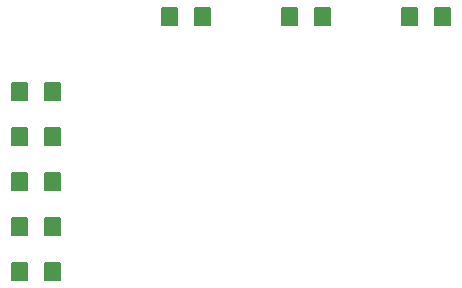
<source format=gtp>
G75*
%MOIN*%
%OFA0B0*%
%FSLAX25Y25*%
%IPPOS*%
%LPD*%
%AMOC8*
5,1,8,0,0,1.08239X$1,22.5*
%
%ADD10C,0.00567*%
D10*
X0007937Y0048945D02*
X0013039Y0048945D01*
X0013039Y0043055D01*
X0007937Y0043055D01*
X0007937Y0048945D01*
X0007937Y0043621D02*
X0013039Y0043621D01*
X0013039Y0044187D02*
X0007937Y0044187D01*
X0007937Y0044753D02*
X0013039Y0044753D01*
X0013039Y0045319D02*
X0007937Y0045319D01*
X0007937Y0045885D02*
X0013039Y0045885D01*
X0013039Y0046451D02*
X0007937Y0046451D01*
X0007937Y0047017D02*
X0013039Y0047017D01*
X0013039Y0047583D02*
X0007937Y0047583D01*
X0007937Y0048149D02*
X0013039Y0048149D01*
X0013039Y0048715D02*
X0007937Y0048715D01*
X0018961Y0048945D02*
X0024063Y0048945D01*
X0024063Y0043055D01*
X0018961Y0043055D01*
X0018961Y0048945D01*
X0018961Y0043621D02*
X0024063Y0043621D01*
X0024063Y0044187D02*
X0018961Y0044187D01*
X0018961Y0044753D02*
X0024063Y0044753D01*
X0024063Y0045319D02*
X0018961Y0045319D01*
X0018961Y0045885D02*
X0024063Y0045885D01*
X0024063Y0046451D02*
X0018961Y0046451D01*
X0018961Y0047017D02*
X0024063Y0047017D01*
X0024063Y0047583D02*
X0018961Y0047583D01*
X0018961Y0048149D02*
X0024063Y0048149D01*
X0024063Y0048715D02*
X0018961Y0048715D01*
X0018961Y0063945D02*
X0024063Y0063945D01*
X0024063Y0058055D01*
X0018961Y0058055D01*
X0018961Y0063945D01*
X0018961Y0058621D02*
X0024063Y0058621D01*
X0024063Y0059187D02*
X0018961Y0059187D01*
X0018961Y0059753D02*
X0024063Y0059753D01*
X0024063Y0060319D02*
X0018961Y0060319D01*
X0018961Y0060885D02*
X0024063Y0060885D01*
X0024063Y0061451D02*
X0018961Y0061451D01*
X0018961Y0062017D02*
X0024063Y0062017D01*
X0024063Y0062583D02*
X0018961Y0062583D01*
X0018961Y0063149D02*
X0024063Y0063149D01*
X0024063Y0063715D02*
X0018961Y0063715D01*
X0013039Y0063945D02*
X0007937Y0063945D01*
X0013039Y0063945D02*
X0013039Y0058055D01*
X0007937Y0058055D01*
X0007937Y0063945D01*
X0007937Y0058621D02*
X0013039Y0058621D01*
X0013039Y0059187D02*
X0007937Y0059187D01*
X0007937Y0059753D02*
X0013039Y0059753D01*
X0013039Y0060319D02*
X0007937Y0060319D01*
X0007937Y0060885D02*
X0013039Y0060885D01*
X0013039Y0061451D02*
X0007937Y0061451D01*
X0007937Y0062017D02*
X0013039Y0062017D01*
X0013039Y0062583D02*
X0007937Y0062583D01*
X0007937Y0063149D02*
X0013039Y0063149D01*
X0013039Y0063715D02*
X0007937Y0063715D01*
X0007937Y0078945D02*
X0013039Y0078945D01*
X0013039Y0073055D01*
X0007937Y0073055D01*
X0007937Y0078945D01*
X0007937Y0073621D02*
X0013039Y0073621D01*
X0013039Y0074187D02*
X0007937Y0074187D01*
X0007937Y0074753D02*
X0013039Y0074753D01*
X0013039Y0075319D02*
X0007937Y0075319D01*
X0007937Y0075885D02*
X0013039Y0075885D01*
X0013039Y0076451D02*
X0007937Y0076451D01*
X0007937Y0077017D02*
X0013039Y0077017D01*
X0013039Y0077583D02*
X0007937Y0077583D01*
X0007937Y0078149D02*
X0013039Y0078149D01*
X0013039Y0078715D02*
X0007937Y0078715D01*
X0018961Y0078945D02*
X0024063Y0078945D01*
X0024063Y0073055D01*
X0018961Y0073055D01*
X0018961Y0078945D01*
X0018961Y0073621D02*
X0024063Y0073621D01*
X0024063Y0074187D02*
X0018961Y0074187D01*
X0018961Y0074753D02*
X0024063Y0074753D01*
X0024063Y0075319D02*
X0018961Y0075319D01*
X0018961Y0075885D02*
X0024063Y0075885D01*
X0024063Y0076451D02*
X0018961Y0076451D01*
X0018961Y0077017D02*
X0024063Y0077017D01*
X0024063Y0077583D02*
X0018961Y0077583D01*
X0018961Y0078149D02*
X0024063Y0078149D01*
X0024063Y0078715D02*
X0018961Y0078715D01*
X0018961Y0093945D02*
X0024063Y0093945D01*
X0024063Y0088055D01*
X0018961Y0088055D01*
X0018961Y0093945D01*
X0018961Y0088621D02*
X0024063Y0088621D01*
X0024063Y0089187D02*
X0018961Y0089187D01*
X0018961Y0089753D02*
X0024063Y0089753D01*
X0024063Y0090319D02*
X0018961Y0090319D01*
X0018961Y0090885D02*
X0024063Y0090885D01*
X0024063Y0091451D02*
X0018961Y0091451D01*
X0018961Y0092017D02*
X0024063Y0092017D01*
X0024063Y0092583D02*
X0018961Y0092583D01*
X0018961Y0093149D02*
X0024063Y0093149D01*
X0024063Y0093715D02*
X0018961Y0093715D01*
X0013039Y0093945D02*
X0007937Y0093945D01*
X0013039Y0093945D02*
X0013039Y0088055D01*
X0007937Y0088055D01*
X0007937Y0093945D01*
X0007937Y0088621D02*
X0013039Y0088621D01*
X0013039Y0089187D02*
X0007937Y0089187D01*
X0007937Y0089753D02*
X0013039Y0089753D01*
X0013039Y0090319D02*
X0007937Y0090319D01*
X0007937Y0090885D02*
X0013039Y0090885D01*
X0013039Y0091451D02*
X0007937Y0091451D01*
X0007937Y0092017D02*
X0013039Y0092017D01*
X0013039Y0092583D02*
X0007937Y0092583D01*
X0007937Y0093149D02*
X0013039Y0093149D01*
X0013039Y0093715D02*
X0007937Y0093715D01*
X0007937Y0108945D02*
X0013039Y0108945D01*
X0013039Y0103055D01*
X0007937Y0103055D01*
X0007937Y0108945D01*
X0007937Y0103621D02*
X0013039Y0103621D01*
X0013039Y0104187D02*
X0007937Y0104187D01*
X0007937Y0104753D02*
X0013039Y0104753D01*
X0013039Y0105319D02*
X0007937Y0105319D01*
X0007937Y0105885D02*
X0013039Y0105885D01*
X0013039Y0106451D02*
X0007937Y0106451D01*
X0007937Y0107017D02*
X0013039Y0107017D01*
X0013039Y0107583D02*
X0007937Y0107583D01*
X0007937Y0108149D02*
X0013039Y0108149D01*
X0013039Y0108715D02*
X0007937Y0108715D01*
X0018961Y0108945D02*
X0024063Y0108945D01*
X0024063Y0103055D01*
X0018961Y0103055D01*
X0018961Y0108945D01*
X0018961Y0103621D02*
X0024063Y0103621D01*
X0024063Y0104187D02*
X0018961Y0104187D01*
X0018961Y0104753D02*
X0024063Y0104753D01*
X0024063Y0105319D02*
X0018961Y0105319D01*
X0018961Y0105885D02*
X0024063Y0105885D01*
X0024063Y0106451D02*
X0018961Y0106451D01*
X0018961Y0107017D02*
X0024063Y0107017D01*
X0024063Y0107583D02*
X0018961Y0107583D01*
X0018961Y0108149D02*
X0024063Y0108149D01*
X0024063Y0108715D02*
X0018961Y0108715D01*
X0057937Y0133945D02*
X0063039Y0133945D01*
X0063039Y0128055D01*
X0057937Y0128055D01*
X0057937Y0133945D01*
X0057937Y0128621D02*
X0063039Y0128621D01*
X0063039Y0129187D02*
X0057937Y0129187D01*
X0057937Y0129753D02*
X0063039Y0129753D01*
X0063039Y0130319D02*
X0057937Y0130319D01*
X0057937Y0130885D02*
X0063039Y0130885D01*
X0063039Y0131451D02*
X0057937Y0131451D01*
X0057937Y0132017D02*
X0063039Y0132017D01*
X0063039Y0132583D02*
X0057937Y0132583D01*
X0057937Y0133149D02*
X0063039Y0133149D01*
X0063039Y0133715D02*
X0057937Y0133715D01*
X0068961Y0133945D02*
X0074063Y0133945D01*
X0074063Y0128055D01*
X0068961Y0128055D01*
X0068961Y0133945D01*
X0068961Y0128621D02*
X0074063Y0128621D01*
X0074063Y0129187D02*
X0068961Y0129187D01*
X0068961Y0129753D02*
X0074063Y0129753D01*
X0074063Y0130319D02*
X0068961Y0130319D01*
X0068961Y0130885D02*
X0074063Y0130885D01*
X0074063Y0131451D02*
X0068961Y0131451D01*
X0068961Y0132017D02*
X0074063Y0132017D01*
X0074063Y0132583D02*
X0068961Y0132583D01*
X0068961Y0133149D02*
X0074063Y0133149D01*
X0074063Y0133715D02*
X0068961Y0133715D01*
X0097937Y0133945D02*
X0103039Y0133945D01*
X0103039Y0128055D01*
X0097937Y0128055D01*
X0097937Y0133945D01*
X0097937Y0128621D02*
X0103039Y0128621D01*
X0103039Y0129187D02*
X0097937Y0129187D01*
X0097937Y0129753D02*
X0103039Y0129753D01*
X0103039Y0130319D02*
X0097937Y0130319D01*
X0097937Y0130885D02*
X0103039Y0130885D01*
X0103039Y0131451D02*
X0097937Y0131451D01*
X0097937Y0132017D02*
X0103039Y0132017D01*
X0103039Y0132583D02*
X0097937Y0132583D01*
X0097937Y0133149D02*
X0103039Y0133149D01*
X0103039Y0133715D02*
X0097937Y0133715D01*
X0108961Y0133945D02*
X0114063Y0133945D01*
X0114063Y0128055D01*
X0108961Y0128055D01*
X0108961Y0133945D01*
X0108961Y0128621D02*
X0114063Y0128621D01*
X0114063Y0129187D02*
X0108961Y0129187D01*
X0108961Y0129753D02*
X0114063Y0129753D01*
X0114063Y0130319D02*
X0108961Y0130319D01*
X0108961Y0130885D02*
X0114063Y0130885D01*
X0114063Y0131451D02*
X0108961Y0131451D01*
X0108961Y0132017D02*
X0114063Y0132017D01*
X0114063Y0132583D02*
X0108961Y0132583D01*
X0108961Y0133149D02*
X0114063Y0133149D01*
X0114063Y0133715D02*
X0108961Y0133715D01*
X0137937Y0128055D02*
X0143039Y0128055D01*
X0137937Y0128055D02*
X0137937Y0133945D01*
X0143039Y0133945D01*
X0143039Y0128055D01*
X0143039Y0128621D02*
X0137937Y0128621D01*
X0137937Y0129187D02*
X0143039Y0129187D01*
X0143039Y0129753D02*
X0137937Y0129753D01*
X0137937Y0130319D02*
X0143039Y0130319D01*
X0143039Y0130885D02*
X0137937Y0130885D01*
X0137937Y0131451D02*
X0143039Y0131451D01*
X0143039Y0132017D02*
X0137937Y0132017D01*
X0137937Y0132583D02*
X0143039Y0132583D01*
X0143039Y0133149D02*
X0137937Y0133149D01*
X0137937Y0133715D02*
X0143039Y0133715D01*
X0148961Y0128055D02*
X0154063Y0128055D01*
X0148961Y0128055D02*
X0148961Y0133945D01*
X0154063Y0133945D01*
X0154063Y0128055D01*
X0154063Y0128621D02*
X0148961Y0128621D01*
X0148961Y0129187D02*
X0154063Y0129187D01*
X0154063Y0129753D02*
X0148961Y0129753D01*
X0148961Y0130319D02*
X0154063Y0130319D01*
X0154063Y0130885D02*
X0148961Y0130885D01*
X0148961Y0131451D02*
X0154063Y0131451D01*
X0154063Y0132017D02*
X0148961Y0132017D01*
X0148961Y0132583D02*
X0154063Y0132583D01*
X0154063Y0133149D02*
X0148961Y0133149D01*
X0148961Y0133715D02*
X0154063Y0133715D01*
M02*

</source>
